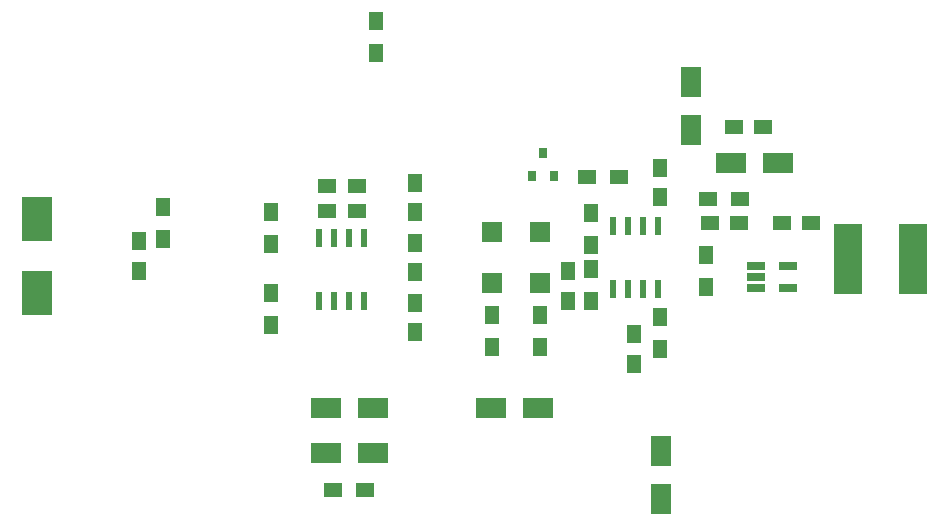
<source format=gbr>
G04 #@! TF.FileFunction,Paste,Bot*
%FSLAX46Y46*%
G04 Gerber Fmt 4.6, Leading zero omitted, Abs format (unit mm)*
G04 Created by KiCad (PCBNEW 4.0.5) date 12/26/17 18:41:22*
%MOMM*%
%LPD*%
G01*
G04 APERTURE LIST*
%ADD10C,0.100000*%
%ADD11R,1.300000X1.500000*%
%ADD12R,1.500000X1.300000*%
%ADD13R,1.500000X1.250000*%
%ADD14R,1.250000X1.500000*%
%ADD15R,2.500000X3.750000*%
%ADD16R,0.600000X1.550000*%
%ADD17R,0.800000X0.900000*%
%ADD18R,2.500000X1.800000*%
%ADD19R,1.800000X2.500000*%
%ADD20R,1.700000X1.700000*%
%ADD21R,2.450000X5.900000*%
%ADD22R,1.560000X0.650000*%
G04 APERTURE END LIST*
D10*
D11*
X145415000Y-88058000D03*
X145415000Y-90758000D03*
X126746000Y-79295000D03*
X126746000Y-81995000D03*
D12*
X132000000Y-102870000D03*
X134700000Y-102870000D03*
D11*
X149479000Y-88058000D03*
X149479000Y-90758000D03*
X117602000Y-81614000D03*
X117602000Y-78914000D03*
D12*
X153463000Y-76327000D03*
X156163000Y-76327000D03*
D11*
X159639000Y-88185000D03*
X159639000Y-90885000D03*
X153797000Y-86821000D03*
X153797000Y-84121000D03*
X126746000Y-86153000D03*
X126746000Y-88853000D03*
X153797000Y-82122000D03*
X153797000Y-79422000D03*
D13*
X131465000Y-77089000D03*
X133965000Y-77089000D03*
D14*
X138938000Y-84435000D03*
X138938000Y-81935000D03*
D15*
X106934000Y-86183000D03*
X106934000Y-79933000D03*
D14*
X115570000Y-84308000D03*
X115570000Y-81808000D03*
X157480000Y-89682000D03*
X157480000Y-92182000D03*
X138938000Y-87015000D03*
X138938000Y-89515000D03*
X138938000Y-79355000D03*
X138938000Y-76855000D03*
X151892000Y-86848000D03*
X151892000Y-84348000D03*
X159639000Y-78085000D03*
X159639000Y-75585000D03*
D13*
X131465000Y-79248000D03*
X133965000Y-79248000D03*
D16*
X159512000Y-85885000D03*
X158242000Y-85885000D03*
X156972000Y-85885000D03*
X155702000Y-85885000D03*
X155702000Y-80485000D03*
X156972000Y-80485000D03*
X158242000Y-80485000D03*
X159512000Y-80485000D03*
D17*
X150683000Y-76311000D03*
X148783000Y-76311000D03*
X149733000Y-74311000D03*
D18*
X149320000Y-95885000D03*
X145320000Y-95885000D03*
D16*
X130810000Y-81501000D03*
X132080000Y-81501000D03*
X133350000Y-81501000D03*
X134620000Y-81501000D03*
X134620000Y-86901000D03*
X133350000Y-86901000D03*
X132080000Y-86901000D03*
X130810000Y-86901000D03*
D18*
X131350000Y-99695000D03*
X135350000Y-99695000D03*
X135350000Y-95885000D03*
X131350000Y-95885000D03*
D19*
X162306000Y-68358000D03*
X162306000Y-72358000D03*
D20*
X145415000Y-85335000D03*
X145415000Y-81035000D03*
X149479000Y-85335000D03*
X149479000Y-81035000D03*
D13*
X172446000Y-80264000D03*
X169946000Y-80264000D03*
X166350000Y-80264000D03*
X163850000Y-80264000D03*
X165882000Y-72136000D03*
X168382000Y-72136000D03*
D18*
X165640000Y-75184000D03*
X169640000Y-75184000D03*
D21*
X181083000Y-83312000D03*
X175533000Y-83312000D03*
D11*
X135636000Y-65866000D03*
X135636000Y-63166000D03*
D12*
X166450000Y-78232000D03*
X163750000Y-78232000D03*
D11*
X163576000Y-82978000D03*
X163576000Y-85678000D03*
D22*
X167814000Y-85786000D03*
X167814000Y-84836000D03*
X167814000Y-83886000D03*
X170514000Y-83886000D03*
X170514000Y-85786000D03*
D19*
X159766000Y-103600000D03*
X159766000Y-99600000D03*
M02*

</source>
